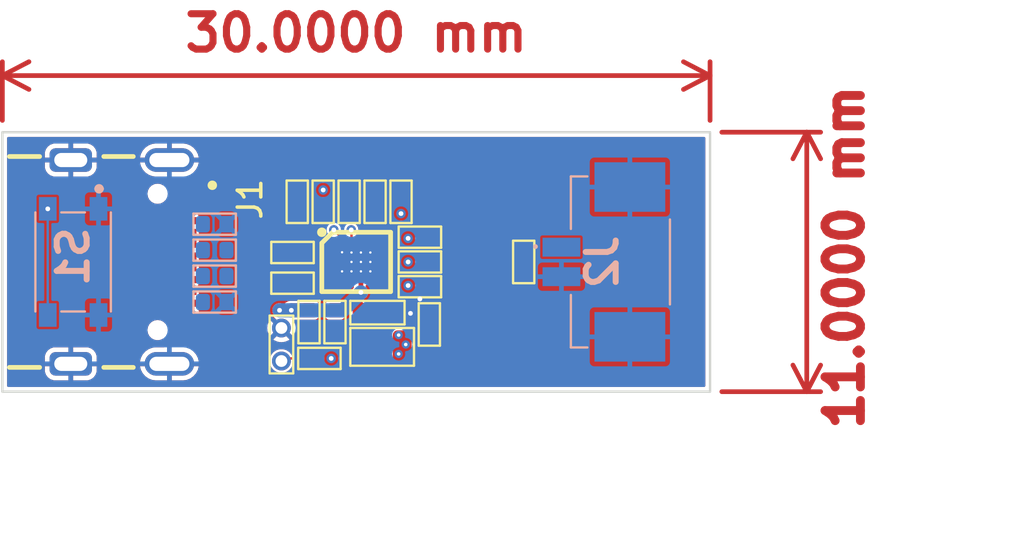
<source format=kicad_pcb>
(kicad_pcb (version 20221018) (generator pcbnew)
  (layers (0 "F.Cu" signal) (1 "In1.Cu" signal) (2 "In2.Cu" power) (31 "B.Cu" signal) (34 "B.Paste" user) (35 "F.Paste" user) (36 "B.SilkS" user "B.Silkscreen") (37 "F.SilkS" user "F.Silkscreen") (38 "B.Mask" user) (39 "F.Mask" user) (44 "Edge.Cuts" user))
  (net 0 "")
  (net 1 "GND")
  (net 2 "/USB_CC2")
  (net 3 "/USB_DP")
  (net 4 "/USB_DN")
  (net 5 "/USB_CC1")
  (net 6 "/MCU_USB_DP")
  (net 7 "/MCU_USB_DN")
  (net 8 "/CHGIN")
  (net 9 "/VL")
  (net 10 "/BST")
  (net 11 "/LXB")
  (net 12 "/BATT")
  (net 13 "/LXA")
  (net 14 "/V_SYS")
  (net 15 "/LDO1")
  (net 16 "/LDO0")
  (net 17 "/SSB1")
  (net 18 "/SSB0")
  (net 19 "/SSB2")
  (net 20 "/nRST")
  (net 21 "/VIO")
  (net 22 "/nIRQ")
  (net 23 "/THM")
  (net 24 "/TBIAS")
  (net 25 "/nEN")
  (net 26 "/GPIO1")
  (net 27 "/GPIO0")
  (net 28 "/AMUX")
  (net 29 "/GPIO2")
  (net 32 "/SDA")
  (net 33 "/SCL")
  (footprint "power:BGA30C40P6X5_279X234X50" (layer "F.Cu") (at 115 105)
    (fp_text reference "U1" hide)
    (fp_text value "MAX77654AENV+T" hide)
    (fp_line (start -1.458 -0.8) (end -1 -1.258) (stroke (width 0.2)) (layer "F.SilkS"))
    (fp_line (start -1.458 1.258) (end -1.458 -0.8) (stroke (width 0.2)) (layer "F.SilkS"))
    (fp_line (start -1 -1.258) (end 1.458 -1.258) (stroke (width 0.2)) (layer "F.SilkS"))
    (fp_line (start 1.458 -1.258) (end 1.458 1.258) (stroke (width 0.2)) (layer "F.SilkS"))
    (fp_line (start 1.458 1.258) (end -1.458 1.258) (stroke (width 0.2)) (layer "F.SilkS"))
    (fp_circle (center -1.458 -1.258) (end -1.458 -1.158) (stroke (width 0.2)) (fill none) (layer "F.SilkS"))
    (pad "A1" smd circle (at -1 -0.8) (size 0.2 0.2) (layers "F.Cu" "F.Paste" "F.Mask") (net 26 "/GPIO1") (clearance 0.1))
    (pad "A2" smd circle (at -0.6 -0.8) (size 0.216 0.216) (layers "F.Cu" "F.Paste" "F.Mask") (net 20 "/nRST") (clearance 0.1))
    (pad "A3" smd circle (at -0.2 -0.8) (size 0.216 0.216) (layers "F.Cu" "F.Paste" "F.Mask") (net 32 "/SDA") (clearance 0.1))
    (pad "A4" smd circle (at 0.2 -0.8) (size 0.216 0.216) (layers "F.Cu" "F.Paste" "F.Mask") (net 21 "/VIO") (clearance 0.1))
    (pad "A5" smd circle (at 0.6 -0.8) (size 0.216 0.216) (layers "F.Cu" "F.Paste" "F.Mask") (net 15 "/LDO1") (clearance 0.1))
    (pad "A6" smd circle (at 1 -0.8) (size 0.216 0.216) (layers "F.Cu" "F.Paste" "F.Mask") (net 18 "/SSB0") (clearance 0.1))
    (pad "B1" smd circle (at -1 -0.4) (size 0.216 0.216) (layers "F.Cu" "F.Paste" "F.Mask") (net 27 "/GPIO0") (clearance 0.1))
    (pad "B2" smd circle (at -0.6 -0.4) (size 0.216 0.216) (layers "F.Cu" "F.Paste" "F.Mask") (net 22 "/nIRQ") (clearance 0.1))
    (pad "B3" smd circle (at -0.2 -0.4) (size 0.216 0.216) (layers "F.Cu" "F.Paste" "F.Mask") (net 25 "/nEN") (clearance 0.1))
    (pad "B4" smd circle (at 0.2 -0.4) (size 0.216 0.216) (layers "F.Cu" "F.Paste" "F.Mask") (net 33 "/SCL") (clearance 0.1))
    (pad "B5" smd circle (at 0.6 -0.4) (size 0.216 0.216) (layers "F.Cu" "F.Paste" "F.Mask") (net 16 "/LDO0") (clearance 0.1))
    (pad "B6" smd circle (at 1 -0.4) (size 0.216 0.216) (layers "F.Cu" "F.Paste" "F.Mask") (net 18 "/SSB0") (clearance 0.1))
    (pad "C1" smd circle (at -1 0) (size 0.216 0.216) (layers "F.Cu" "F.Paste" "F.Mask") (net 28 "/AMUX") (clearance 0.1))
    (pad "C2" smd circle (at -0.6 0) (size 0.216 0.216) (layers "F.Cu" "F.Paste" "F.Mask") (net 29 "/GPIO2") (clearance 0.1))
    (pad "C3" smd circle (at -0.2 0) (size 0.216 0.216) (layers "F.Cu" "F.Paste" "F.Mask") (net 1 "GND") (clearance 0.1))
    (pad "C4" smd circle (at 0.2 0) (size 0.216 0.216) (layers "F.Cu" "F.Paste" "F.Mask") (net 17 "/SSB1") (clearance 0.1))
    (pad "C5" smd circle (at 0.6 0) (size 0.216 0.216) (layers "F.Cu" "F.Paste" "F.Mask") (net 11 "/LXB") (clearance 0.1))
    (pad "C6" smd circle (at 1 0) (size 0.216 0.216) (layers "F.Cu" "F.Paste" "F.Mask") (net 18 "/SSB0") (clearance 0.1))
    (pad "D1" smd circle (at -1 0.4) (size 0.216 0.216) (layers "F.Cu" "F.Paste" "F.Mask") (net 9 "/VL") (clearance 0.1))
    (pad "D2" smd circle (at -0.6 0.4) (size 0.216 0.216) (layers "F.Cu" "F.Paste" "F.Mask") (net 23 "/THM") (clearance 0.1))
    (pad "D3" smd circle (at -0.2 0.4) (size 0.216 0.216) (layers "F.Cu" "F.Paste" "F.Mask") (net 24 "/TBIAS") (clearance 0.1))
    (pad "D4" smd circle (at 0.2 0.4) (size 0.216 0.216) (layers "F.Cu" "F.Paste" "F.Mask") (net 19 "/SSB2") (clearance 0.1))
    (pad "D5" smd circle (at 0.6 0.4) (size 0.216 0.216) (layers "F.Cu" "F.Paste" "F.Mask") (net 11 "/LXB") (clearance 0.1))
    (pad "D6" smd circle (at 1 0.4) (size 0.216 0.216) (layers "F.Cu" "F.Paste" "F.Mask") (net 10 "/BST") (clearance 0.1))
    (pad "E1" smd circle (at -1 0.8) (size 0.216 0.216) (layers "F.Cu" "F.Paste" "F.Mask") (net 8 "/CHGIN") (clearance 0.1))
    (pad "E2" smd circle (at -0.6 0.8) (size 0.216 0.216) (layers "F.Cu" "F.Paste" "F.Mask") (net 14 "/V_SYS") (clearance 0.1))
    (pad "E3" smd circle (at -0.2 0.8) (size 0.216 0.216) (layers "F.Cu" "F.Paste" "F.Mask") (net 12 "/BATT") (clearance 0.1))
    (pad "E4" smd circle (at 0.2 0.8) (size 0.216 0.216) (layers "F.Cu" "F.Paste" "F.Mask") (net 14 "/V_SYS") (clearance 0.1))
    (pad "E5" smd circle (at 0.6 0.8) (size 0.216 0.216) (layers "F.Cu" "F.Paste" "F.Mask") (net 13 "/LXA") (clearance 0.1))
    (pad "E6" smd circle (at 1 0.8) (size 0.216 0.216) (layers "F.Cu" "F.Paste" "F.Mask") (net 1 "GND") (clearance 0.1))
  )
  (footprint "passive:0402" (layer "F.Cu") (at 122.1 105 -90)
    (fp_text reference "C10" hide)
    (fp_text value "22uF")
    (fp_line (start -0.9 -0.45) (end 0.9 -0.45) (stroke (width 0.1)) (layer "F.SilkS"))
    (fp_line (start -0.9 0.45) (end -0.9 -0.45) (stroke (width 0.1)) (layer "F.SilkS"))
    (fp_line (start 0.9 -0.45) (end 0.9 0.45) (stroke (width 0.1)) (layer "F.SilkS"))
    (fp_line (start 0.9 0.45) (end -0.9 0.45) (stroke (width 0.1)) (layer "F.SilkS"))
    (pad "1" smd roundrect (at -0.5 0 270) (size 0.6 0.7) (layers "F.Cu" "F.Paste" "F.Mask") (net 12 "/BATT"))
    (pad "2" smd roundrect (at 0.5 0 270) (size 0.6 0.7) (layers "F.Cu" "F.Paste" "F.Mask") (net 1 "GND"))
  )
  (footprint "passive:0402" (layer "F.Cu") (at 115.8 102.45 90)
    (fp_text reference "C11" hide)
    (fp_text value "1uF")
    (fp_line (start -0.9 -0.45) (end 0.9 -0.45) (stroke (width 0.1)) (layer "F.SilkS"))
    (fp_line (start -0.9 0.45) (end -0.9 -0.45) (stroke (width 0.1)) (layer "F.SilkS"))
    (fp_line (start 0.9 -0.45) (end 0.9 0.45) (stroke (width 0.1)) (layer "F.SilkS"))
    (fp_line (start 0.9 0.45) (end -0.9 0.45) (stroke (width 0.1)) (layer "F.SilkS"))
    (pad "1" smd roundrect (at -0.5 0 90) (size 0.6 0.7) (layers "F.Cu" "F.Paste" "F.Mask") (net 15 "/LDO1"))
    (pad "2" smd roundrect (at 0.5 0 90) (size 0.6 0.7) (layers "F.Cu" "F.Paste" "F.Mask") (net 1 "GND"))
  )
  (footprint "passive:0603" (layer "F.Cu") (at 115.9 107.15)
    (fp_text reference "C4" hide)
    (fp_text value "22uF")
    (fp_line (start -1.15 -0.5) (end 1.15 -0.5) (stroke (width 0.1)) (layer "F.SilkS"))
    (fp_line (start -1.15 0.5) (end -1.15 -0.5) (stroke (width 0.1)) (layer "F.SilkS"))
    (fp_line (start 1.15 -0.5) (end 1.15 0.5) (stroke (width 0.1)) (layer "F.SilkS"))
    (fp_line (start 1.15 0.5) (end -1.15 0.5) (stroke (width 0.1)) (layer "F.SilkS"))
    (pad "1" smd roundrect (at -0.7 0) (size 0.7 0.8) (layers "F.Cu" "F.Paste" "F.Mask") (net 14 "/V_SYS"))
    (pad "2" smd roundrect (at 0.7 0) (size 0.7 0.8) (layers "F.Cu" "F.Paste" "F.Mask") (net 1 "GND"))
  )
  (footprint "passive:0402" (layer "F.Cu") (at 117.7 105)
    (fp_text reference "C1" hide)
    (fp_text value "22uF")
    (fp_line (start -0.9 -0.45) (end 0.9 -0.45) (stroke (width 0.1)) (layer "F.SilkS"))
    (fp_line (start -0.9 0.45) (end -0.9 -0.45) (stroke (width 0.1)) (layer "F.SilkS"))
    (fp_line (start 0.9 -0.45) (end 0.9 0.45) (stroke (width 0.1)) (layer "F.SilkS"))
    (fp_line (start 0.9 0.45) (end -0.9 0.45) (stroke (width 0.1)) (layer "F.SilkS"))
    (pad "1" smd roundrect (at -0.5 0) (size 0.6 0.7) (layers "F.Cu" "F.Paste" "F.Mask") (net 17 "/SSB1"))
    (pad "2" smd roundrect (at 0.5 0) (size 0.6 0.7) (layers "F.Cu" "F.Paste" "F.Mask") (net 1 "GND"))
  )
  (footprint "passive:2016" (layer "F.Cu") (at 116.1 108.6 180)
    (fp_text reference "L1" hide)
    (fp_text value "DFE201612E-2R2M")
    (fp_line (start -1.35 -0.8) (end -1.35 0.8) (stroke (width 0.1)) (layer "F.SilkS"))
    (fp_line (start -1.35 -0.8) (end 1.35 -0.8) (stroke (width 0.1)) (layer "F.SilkS"))
    (fp_line (start -1.35 0.8) (end 1.35 0.8) (stroke (width 0.1)) (layer "F.SilkS"))
    (fp_line (start 1.35 -0.8) (end 1.35 0.8) (stroke (width 0.1)) (layer "F.SilkS"))
    (pad "1" smd roundrect (at 0.85 0 180) (size 0.8 1.4) (layers "F.Cu" "F.Paste" "F.Mask") (net 13 "/LXA"))
    (pad "2" smd roundrect (at -0.85 0 180) (size 0.8 1.4) (layers "F.Cu" "F.Paste" "F.Mask") (net 11 "/LXB"))
  )
  (footprint "passive:0402" (layer "F.Cu") (at 117.7 103.95)
    (fp_text reference "C2" hide)
    (fp_text value "22uF")
    (fp_line (start -0.9 -0.45) (end 0.9 -0.45) (stroke (width 0.1)) (layer "F.SilkS"))
    (fp_line (start -0.9 0.45) (end -0.9 -0.45) (stroke (width 0.1)) (layer "F.SilkS"))
    (fp_line (start 0.9 -0.45) (end 0.9 0.45) (stroke (width 0.1)) (layer "F.SilkS"))
    (fp_line (start 0.9 0.45) (end -0.9 0.45) (stroke (width 0.1)) (layer "F.SilkS"))
    (pad "1" smd roundrect (at -0.5 0) (size 0.6 0.7) (layers "F.Cu" "F.Paste" "F.Mask") (net 18 "/SSB0"))
    (pad "2" smd roundrect (at 0.5 0) (size 0.6 0.7) (layers "F.Cu" "F.Paste" "F.Mask") (net 1 "GND"))
  )
  (footprint "connector:GCT_USB4105GFA060" (layer "F.Cu") (at 102.9 105 -90)
    (fp_text reference "J1" (at -2.66 -7.6 -90) (layer "F.SilkS"))
    (fp_text value "USB4105GFA060")
    (fp_line (start -4.47 -2.65) (end -4.47 -1.4) (stroke (width 0.2)) (layer "F.SilkS"))
    (fp_line (start -4.47 1.32) (end -4.47 2.6) (stroke (width 0.2)) (layer "F.SilkS"))
    (fp_line (start 4.47 -2.65) (end 4.47 -1.4) (stroke (width 0.2)) (layer "F.SilkS"))
    (fp_line (start 4.47 2.6) (end 4.47 1.32) (stroke (width 0.2)) (layer "F.SilkS"))
    (fp_circle (center -3.25 -6) (end -3.15 -6) (stroke (width 0.2)) (fill none) (layer "F.SilkS"))
    (pad "" np_thru_hole circle (at -2.89 -3.68 270) (size 0.65 0.65) (drill 0.65) (layers "*.Cu" "*.Mask"))
    (pad "" np_thru_hole circle (at 2.89 -3.68 270) (size 0.65 0.65) (drill 0.65) (layers "*.Cu" "*.Mask"))
    (pad "A1_B12" smd rect (at -3.2 -4.755 270) (size 0.6 1.15) (layers "F.Cu" "F.Paste" "F.Mask") (net 1 "GND"))
    (pad "A4_B9" smd rect (at -2.4 -4.755 270) (size 0.6 1.15) (layers "F.Cu" "F.Paste" "F.Mask") (net 8 "/CHGIN"))
    (pad "A5" smd rect (at -1.25 -4.755 270) (size 0.3 1.15) (layers "F.Cu" "F.Paste" "F.Mask") (net 2 "/USB_CC2"))
    (pad "A6" smd rect (at -0.25 -4.755 270) (size 0.3 1.15) (layers "F.Cu" "F.Paste" "F.Mask") (net 3 "/USB_DP"))
    (pad "A7" smd rect (at 0.25 -4.755 270) (size 0.3 1.15) (layers "F.Cu" "F.Paste" "F.Mask") (net 4 "/USB_DN"))
    (pad "A8" smd rect (at 1.25 -4.755 270) (size 0.3 1.15) (layers "F.Cu" "F.Paste" "F.Mask"))
    (pad "B1_A12" smd rect (at 3.2 -4.755 270) (size 0.6 1.15) (layers "F.Cu" "F.Paste" "F.Mask") (net 1 "GND"))
    (pad "B4_A9" smd rect (at 2.4 -4.755 270) (size 0.6 1.15) (layers "F.Cu" "F.Paste" "F.Mask") (net 8 "/CHGIN"))
    (pad "B5" smd rect (at 1.75 -4.755 270) (size 0.3 1.15) (layers "F.Cu" "F.Paste" "F.Mask") (net 5 "/USB_CC1"))
    (pad "B6" smd rect (at 0.75 -4.755 270) (size 0.3 1.15) (layers "F.Cu" "F.Paste" "F.Mask") (net 3 "/USB_DP"))
    (pad "B7" smd rect (at -0.75 -4.755 270) (size 0.3 1.15) (layers "F.Cu" "F.Paste" "F.Mask") (net 4 "/USB_DN"))
    (pad "B8" smd rect (at -1.75 -4.755 270) (size 0.3 1.15) (layers "F.Cu" "F.Paste" "F.Mask"))
    (pad "SH1" thru_hole oval (at -4.32 -4.18 270) (size 1 2.1) (drill oval 0.6 1.7) (layers "*.Cu" "*.Mask") (net 1 "GND"))
    (pad "SH2" thru_hole oval (at 4.32 -4.18 270) (size 1 2.1) (drill oval 0.6 1.7) (layers "*.Cu" "*.Mask") (net 1 "GND"))
    (pad "SH3" thru_hole roundrect (at -4.32 0 270) (size 1 1.8) (drill oval 0.6 1.4) (layers "*.Cu" "*.Mask") (net 1 "GND"))
    (pad "SH4" thru_hole roundrect (at 4.32 0 270) (size 1 1.8) (drill oval 0.6 1.4) (layers "*.Cu" "*.Mask") (net 1 "GND"))
  )
  (footprint "passive:0402" (layer "F.Cu") (at 118.1 107.65 -90)
    (fp_text reference "C5" hide)
    (fp_text value "3300pF")
    (fp_line (start -0.9 -0.45) (end 0.9 -0.45) (stroke (width 0.1)) (layer "F.SilkS"))
    (fp_line (start -0.9 0.45) (end -0.9 -0.45) (stroke (width 0.1)) (layer "F.SilkS"))
    (fp_line (start 0.9 -0.45) (end 0.9 0.45) (stroke (width 0.1)) (layer "F.SilkS"))
    (fp_line (start 0.9 0.45) (end -0.9 0.45) (stroke (width 0.1)) (layer "F.SilkS"))
    (pad "1" smd roundrect (at -0.5 0 270) (size 0.6 0.7) (layers "F.Cu" "F.Paste" "F.Mask") (net 10 "/BST"))
    (pad "2" smd roundrect (at 0.5 0 270) (size 0.6 0.7) (layers "F.Cu" "F.Paste" "F.Mask") (net 11 "/LXB"))
  )
  (footprint "passive:0402" (layer "F.Cu") (at 113.6 102.45 -90)
    (fp_text reference "R9" hide)
    (fp_text value "10K")
    (fp_line (start -0.9 -0.45) (end 0.9 -0.45) (stroke (width 0.1)) (layer "F.SilkS"))
    (fp_line (start -0.9 0.45) (end -0.9 -0.45) (stroke (width 0.1)) (layer "F.SilkS"))
    (fp_line (start 0.9 -0.45) (end 0.9 0.45) (stroke (width 0.1)) (layer "F.SilkS"))
    (fp_line (start 0.9 0.45) (end -0.9 0.45) (stroke (width 0.1)) (layer "F.SilkS"))
    (pad "1" smd roundrect (at -0.5 0 270) (size 0.6 0.7) (layers "F.Cu" "F.Paste" "F.Mask") (net 20 "/nRST"))
    (pad "2" smd roundrect (at 0.5 0 270) (size 0.6 0.7) (layers "F.Cu" "F.Paste" "F.Mask") (net 21 "/VIO"))
  )
  (footprint "passive:0402" (layer "F.Cu") (at 112.3 105.9)
    (fp_text reference "C12" hide)
    (fp_text value "4.7uF")
    (fp_line (start -0.9 -0.45) (end 0.9 -0.45) (stroke (width 0.1)) (layer "F.SilkS"))
    (fp_line (start -0.9 0.45) (end -0.9 -0.45) (stroke (width 0.1)) (layer "F.SilkS"))
    (fp_line (start 0.9 -0.45) (end 0.9 0.45) (stroke (width 0.1)) (layer "F.SilkS"))
    (fp_line (start 0.9 0.45) (end -0.9 0.45) (stroke (width 0.1)) (layer "F.SilkS"))
    (pad "1" smd roundrect (at -0.5 0) (size 0.6 0.7) (layers "F.Cu" "F.Paste" "F.Mask") (net 1 "GND"))
    (pad "2" smd roundrect (at 0.5 0) (size 0.6 0.7) (layers "F.Cu" "F.Paste" "F.Mask") (net 8 "/CHGIN"))
  )
  (footprint "passive:0402" (layer "F.Cu") (at 113.44 109.09)
    (fp_text reference "R8" hide)
    (fp_text value "10K")
    (fp_line (start -0.9 -0.45) (end 0.9 -0.45) (stroke (width 0.1)) (layer "F.SilkS"))
    (fp_line (start -0.9 0.45) (end -0.9 -0.45) (stroke (width 0.1)) (layer "F.SilkS"))
    (fp_line (start 0.9 -0.45) (end 0.9 0.45) (stroke (width 0.1)) (layer "F.SilkS"))
    (fp_line (start 0.9 0.45) (end -0.9 0.45) (stroke (width 0.1)) (layer "F.SilkS"))
    (pad "1" smd roundrect (at -0.5 0) (size 0.6 0.7) (layers "F.Cu" "F.Paste" "F.Mask") (net 23 "/THM"))
    (pad "2" smd roundrect (at 0.5 0) (size 0.6 0.7) (layers "F.Cu" "F.Paste" "F.Mask") (net 24 "/TBIAS"))
  )
  (footprint "passive:0402" (layer "F.Cu") (at 114.7 102.45 90)
    (fp_text reference "C14" hide)
    (fp_text value "1uF")
    (fp_line (start -0.9 -0.45) (end 0.9 -0.45) (stroke (width 0.1)) (layer "F.SilkS"))
    (fp_line (start -0.9 0.45) (end -0.9 -0.45) (stroke (width 0.1)) (layer "F.SilkS"))
    (fp_line (start 0.9 -0.45) (end 0.9 0.45) (stroke (width 0.1)) (layer "F.SilkS"))
    (fp_line (start 0.9 0.45) (end -0.9 0.45) (stroke (width 0.1)) (layer "F.SilkS"))
    (pad "1" smd roundrect (at -0.5 0 90) (size 0.6 0.7) (layers "F.Cu" "F.Paste" "F.Mask") (net 21 "/VIO"))
    (pad "2" smd roundrect (at 0.5 0 90) (size 0.6 0.7) (layers "F.Cu" "F.Paste" "F.Mask") (net 1 "GND"))
  )
  (footprint "passive:0402" (layer "F.Cu") (at 117.7 106.05)
    (fp_text reference "C3" hide)
    (fp_text value "22uF")
    (fp_line (start -0.9 -0.45) (end 0.9 -0.45) (stroke (width 0.1)) (layer "F.SilkS"))
    (fp_line (start -0.9 0.45) (end -0.9 -0.45) (stroke (width 0.1)) (layer "F.SilkS"))
    (fp_line (start 0.9 -0.45) (end 0.9 0.45) (stroke (width 0.1)) (layer "F.SilkS"))
    (fp_line (start 0.9 0.45) (end -0.9 0.45) (stroke (width 0.1)) (layer "F.SilkS"))
    (pad "1" smd roundrect (at -0.5 0) (size 0.6 0.7) (layers "F.Cu" "F.Paste" "F.Mask") (net 19 "/SSB2"))
    (pad "2" smd roundrect (at 0.5 0) (size 0.6 0.7) (layers "F.Cu" "F.Paste" "F.Mask") (net 1 "GND"))
  )
  (footprint "passive:0402" (layer "F.Cu") (at 116.9 102.45 90)
    (fp_text reference "C8" hide)
    (fp_text value "1uF")
    (fp_line (start -0.9 -0.45) (end 0.9 -0.45) (stroke (width 0.1)) (layer "F.SilkS"))
    (fp_line (start -0.9 0.45) (end -0.9 -0.45) (stroke (width 0.1)) (layer "F.SilkS"))
    (fp_line (start 0.9 -0.45) (end 0.9 0.45) (stroke (width 0.1)) (layer "F.SilkS"))
    (fp_line (start 0.9 0.45) (end -0.9 0.45) (stroke (width 0.1)) (layer "F.SilkS"))
    (pad "1" smd roundrect (at -0.5 0 90) (size 0.6 0.7) (layers "F.Cu" "F.Paste" "F.Mask") (net 16 "/LDO0"))
    (pad "2" smd roundrect (at 0.5 0 90) (size 0.6 0.7) (layers "F.Cu" "F.Paste" "F.Mask") (net 1 "GND"))
  )
  (footprint "passive:0402" (layer "F.Cu") (at 114.1 107.55 90)
    (fp_text reference "C9" hide)
    (fp_text value "4.7uF")
    (fp_line (start -0.9 -0.45) (end 0.9 -0.45) (stroke (width 0.1)) (layer "F.SilkS"))
    (fp_line (start -0.9 0.45) (end -0.9 -0.45) (stroke (width 0.1)) (layer "F.SilkS"))
    (fp_line (start 0.9 -0.45) (end 0.9 0.45) (stroke (width 0.1)) (layer "F.SilkS"))
    (fp_line (start 0.9 0.45) (end -0.9 0.45) (stroke (width 0.1)) (layer "F.SilkS"))
    (pad "1" smd roundrect (at -0.5 0 90) (size 0.6 0.7) (layers "F.Cu" "F.Paste" "F.Mask") (net 1 "GND"))
    (pad "2" smd roundrect (at 0.5 0 90) (size 0.6 0.7) (layers "F.Cu" "F.Paste" "F.Mask") (net 12 "/BATT"))
  )
  (footprint "passive:0402" (layer "F.Cu") (at 113 107.55 -90)
    (fp_text reference "C15" hide)
    (fp_text value "22uF")
    (fp_line (start -0.9 -0.45) (end 0.9 -0.45) (stroke (width 0.1)) (layer "F.SilkS"))
    (fp_line (start -0.9 0.45) (end -0.9 -0.45) (stroke (width 0.1)) (layer "F.SilkS"))
    (fp_line (start 0.9 -0.45) (end 0.9 0.45) (stroke (width 0.1)) (layer "F.SilkS"))
    (fp_line (start 0.9 0.45) (end -0.9 0.45) (stroke (width 0.1)) (layer "F.SilkS"))
    (pad "1" smd roundrect (at -0.5 0 270) (size 0.6 0.7) (layers "F.Cu" "F.Paste" "F.Mask") (net 14 "/V_SYS"))
    (pad "2" smd roundrect (at 0.5 0 270) (size 0.6 0.7) (layers "F.Cu" "F.Paste" "F.Mask") (net 1 "GND"))
  )
  (footprint "passive:0402" (layer "F.Cu") (at 112.3 104.6 180)
    (fp_text reference "C13" hide)
    (fp_text value "1uF")
    (fp_line (start -0.9 -0.45) (end 0.9 -0.45) (stroke (width 0.1)) (layer "F.SilkS"))
    (fp_line (start -0.9 0.45) (end -0.9 -0.45) (stroke (width 0.1)) (layer "F.SilkS"))
    (fp_line (start 0.9 -0.45) (end 0.9 0.45) (stroke (width 0.1)) (layer "F.SilkS"))
    (fp_line (start 0.9 0.45) (end -0.9 0.45) (stroke (width 0.1)) (layer "F.SilkS"))
    (pad "1" smd roundrect (at -0.5 0 180) (size 0.6 0.7) (layers "F.Cu" "F.Paste" "F.Mask") (net 9 "/VL"))
    (pad "2" smd roundrect (at 0.5 0 180) (size 0.6 0.7) (layers "F.Cu" "F.Paste" "F.Mask") (net 1 "GND"))
  )
  (footprint "passive:0402" (layer "F.Cu") (at 112.5 102.45 90)
    (fp_text reference "R10" hide)
    (fp_text value "100K")
    (fp_line (start -0.9 -0.45) (end 0.9 -0.45) (stroke (width 0.1)) (layer "F.SilkS"))
    (fp_line (start -0.9 0.45) (end -0.9 -0.45) (stroke (width 0.1)) (layer "F.SilkS"))
    (fp_line (start 0.9 -0.45) (end 0.9 0.45) (stroke (width 0.1)) (layer "F.SilkS"))
    (fp_line (start 0.9 0.45) (end -0.9 0.45) (stroke (width 0.1)) (layer "F.SilkS"))
    (pad "1" smd roundrect (at -0.5 0 90) (size 0.6 0.7) (layers "F.Cu" "F.Paste" "F.Mask") (net 21 "/VIO"))
    (pad "2" smd roundrect (at 0.5 0 90) (size 0.6 0.7) (layers "F.Cu" "F.Paste" "F.Mask") (net 22 "/nIRQ"))
  )
  (footprint "passive:THT2" (layer "F.Cu") (at 111.83 108.5 90)
    (fp_text reference "RT1" hide)
    (fp_text value "NTCLE413E2103H400")
    (fp_line (start -1.225 -0.5) (end 1.225 -0.5) (stroke (width 0.1)) (layer "F.SilkS"))
    (fp_line (start -1.225 0.5) (end -1.225 -0.5) (stroke (width 0.1)) (layer "F.SilkS"))
    (fp_line (start 1.225 -0.5) (end 1.225 0.5) (stroke (width 0.1)) (layer "F.SilkS"))
    (fp_line (start 1.225 0.5) (end -1.225 0.5) (stroke (width 0.1)) (layer "F.SilkS"))
    (pad "1" thru_hole circle (at -0.7 0 90) (size 0.8 0.8) (drill 0.5) (layers "*.Cu" "*.Mask") (net 23 "/THM"))
    (pad "2" thru_hole circle (at 0.7 0 90) (size 0.8 0.8) (drill 0.5) (layers "*.Cu" "*.Mask") (net 1 "GND"))
  )
  (footprint "passive:0402" (layer "B.Cu") (at 109 104.5 180)
    (fp_text reference "R7" hide)
    (fp_text value "27R")
    (fp_line (start -0.9 -0.45) (end -0.9 0.45) (stroke (width 0.1)) (layer "B.SilkS"))
    (fp_line (start -0.9 0.45) (end 0.9 0.45) (stroke (width 0.1)) (layer "B.SilkS"))
    (fp_line (start 0.9 -0.45) (end -0.9 -0.45) (stroke (width 0.1)) (layer "B.SilkS"))
    (fp_line (start 0.9 0.45) (end 0.9 -0.45) (stroke (width 0.1)) (layer "B.SilkS"))
    (pad "1" smd roundrect (at -0.5 0 180) (size 0.6 0.7) (layers "B.Cu" "B.Paste" "B.Mask") (net 7 "/MCU_USB_DN"))
    (pad "2" smd roundrect (at 0.5 0 180) (size 0.6 0.7) (layers "B.Cu" "B.Paste" "B.Mask") (net 4 "/USB_DN"))
  )
  (footprint "passive:0402" (layer "B.Cu") (at 109 105.6 180)
    (fp_text reference "R6" hide)
    (fp_text value "27R")
    (fp_line (start -0.9 -0.45) (end -0.9 0.45) (stroke (width 0.1)) (layer "B.SilkS"))
    (fp_line (start -0.9 0.45) (end 0.9 0.45) (stroke (width 0.1)) (layer "B.SilkS"))
    (fp_line (start 0.9 -0.45) (end -0.9 -0.45) (stroke (width 0.1)) (layer "B.SilkS"))
    (fp_line (start 0.9 0.45) (end 0.9 -0.45) (stroke (width 0.1)) (layer "B.SilkS"))
    (pad "1" smd roundrect (at -0.5 0 180) (size 0.6 0.7) (layers "B.Cu" "B.Paste" "B.Mask") (net 6 "/MCU_USB_DP"))
    (pad "2" smd roundrect (at 0.5 0 180) (size 0.6 0.7) (layers "B.Cu" "B.Paste" "B.Mask") (net 3 "/USB_DP"))
  )
  (footprint "passive:0402" (layer "B.Cu") (at 109 106.7 180)
    (fp_text reference "R4" hide)
    (fp_text value "5K")
    (fp_line (start -0.9 -0.45) (end -0.9 0.45) (stroke (width 0.1)) (layer "B.SilkS"))
    (fp_line (start -0.9 0.45) (end 0.9 0.45) (stroke (width 0.1)) (layer "B.SilkS"))
    (fp_line (start 0.9 -0.45) (end -0.9 -0.45) (stroke (width 0.1)) (layer "B.SilkS"))
    (fp_line (start 0.9 0.45) (end 0.9 -0.45) (stroke (width 0.1)) (layer "B.SilkS"))
    (pad "1" smd roundrect (at -0.5 0 180) (size 0.6 0.7) (layers "B.Cu" "B.Paste" "B.Mask") (net 1 "GND"))
    (pad "2" smd roundrect (at 0.5 0 180) (size 0.6 0.7) (layers "B.Cu" "B.Paste" "B.Mask") (net 5 "/USB_CC1"))
  )
  (footprint "connector:53261-0271" (layer "B.Cu") (at 126 105 90)
    (fp_text reference "J2" (at 0 -0.575 270) (layer "B.SilkS") (effects (font (size 1.27 1.27) (thickness 0.254)) (justify mirror)))
    (fp_text value "53261-0271" hide)
    (fp_line (start -3.625 -1.9) (end -3.625 -1.2) (stroke (width 0.1)) (layer "B.SilkS"))
    (fp_line (start -1.4 -1.9) (end -3.625 -1.9) (stroke (width 0.1)) (layer "B.SilkS"))
    (fp_line (start 0.6 -3.4) (end 0.6 -3.4) (stroke (width 0.1)) (layer "B.SilkS"))
    (fp_line (start 0.7 -3.4) (end 0.7 -3.4) (stroke (width 0.1)) (layer "B.SilkS"))
    (fp_line (start 1.8 2.3) (end -1.8 2.3) (stroke (width 0.1)) (layer "B.SilkS"))
    (fp_line (start 3.625 -1.9) (end 1.4 -1.9) (stroke (width 0.1)) (layer "B.SilkS"))
    (fp_line (start 3.625 -1.2) (end 3.625 -1.9) (stroke (width 0.1)) (layer "B.SilkS"))
    (fp_arc (start 0.6 -3.4) (mid 0.65 -3.45) (end 0.7 -3.4) (stroke (width 0.1)) (layer "B.SilkS"))
    (fp_arc (start 0.7 -3.4) (mid 0.65 -3.35) (end 0.6 -3.4) (stroke (width 0.1)) (layer "B.SilkS"))
    (pad "1" smd rect (at 0.625 -2.3 90) (size 0.8 1.6) (layers "B.Cu" "B.Paste" "B.Mask") (net 12 "/BATT"))
    (pad "2" smd rect (at -0.625 -2.3 90) (size 0.8 1.6) (layers "B.Cu" "B.Paste" "B.Mask") (net 1 "GND"))
    (pad "MP1" smd rect (at 3.175 0.6 90) (size 2.1 3) (layers "B.Cu" "B.Paste" "B.Mask") (net 1 "GND"))
    (pad "MP2" smd rect (at -3.175 0.6 90) (size 2.1 3) (layers "B.Cu" "B.Paste" "B.Mask") (net 1 "GND"))
  )
  (footprint "connector:TL3365AF180QG" (layer "B.Cu") (at 103 105 -90)
    (fp_text reference "S1" (at -0.225 0 90) (layer "B.SilkS") (effects (font (size 1.27 1.27) (thickness 0.254)) (justify mirror)))
    (fp_text value "TL3365AF180QG" hide)
    (fp_line (start -3.1 -1.2) (end -3.1 -1.2) (stroke (width 0.2)) (layer "B.SilkS"))
    (fp_line (start -3.1 -1) (end -3.1 -1) (stroke (width 0.2)) (layer "B.SilkS"))
    (fp_line (start -2.1 -1.6) (end 2.1 -1.6) (stroke (width 0.1)) (layer "B.SilkS"))
    (fp_line (start -2.1 -0.5) (end -2.1 0.5) (stroke (width 0.1)) (layer "B.SilkS"))
    (fp_line (start -2.1 1.6) (end 2.1 1.6) (stroke (width 0.1)) (layer "B.SilkS"))
    (fp_line (start 2.1 0.5) (end 2.1 -0.5) (stroke (width 0.1)) (layer "B.SilkS"))
    (fp_arc (start -3.1 -1.2) (mid -3 -1.1) (end -3.1 -1) (stroke (width 0.2)) (layer "B.SilkS"))
    (fp_arc (start -3.1 -1) (mid -3.2 -1.1) (end -3.1 -1.2) (stroke (width 0.2)) (layer "B.SilkS"))
    (pad "1" smd rect (at -2.25 -1.075 180) (size 0.75 1) (layers "B.Cu" "B.Paste" "B.Mask") (net 1 "GND"))
    (pad "2" smd rect (at 2.25 -1.075 180) (size 0.75 1) (layers "B.Cu" "B.Paste" "B.Mask") (net 1 "GND"))
    (pad "3" smd rect (at 2.25 1.075 180) (size 0.75 1) (layers "B.Cu" "B.Paste" "B.Mask") (net 25 "/nEN"))
    (pad "4" smd rect (at -2.25 1.075 180) (size 0.75 1) (layers "B.Cu" "B.Paste" "B.Mask") (net 25 "/nEN"))
  )
  (footprint "passive:0402" (layer "B.Cu") (at 109 103.4 180)
    (fp_text reference "R5" hide)
    (fp_text value "5K")
    (fp_line (start -0.9 -0.45) (end -0.9 0.45) (stroke (width 0.1)) (layer "B.SilkS"))
    (fp_line (start -0.9 0.45) (end 0.9 0.45) (stroke (width 0.1)) (layer "B.SilkS"))
    (fp_line (start 0.9 -0.45) (end -0.9 -0.45) (stroke (width 0.1)) (layer "B.SilkS"))
    (fp_line (start 0.9 0.45) (end 0.9 -0.45) (stroke (width 0.1)) (layer "B.SilkS"))
    (pad "1" smd roundrect (at -0.5 0 180) (size 0.6 0.7) (layers "B.Cu" "B.Paste" "B.Mask") (net 1 "GND"))
    (pad "2" smd roundrect (at 0.5 0 180) (size 0.6 0.7) (layers "B.Cu" "B.Paste" "B.Mask") (net 2 "/USB_CC2"))
  )
  (gr_rect (start 100 99.5) (end 130 110.5) (stroke (width 0.1)) (fill none) (layer "Edge.Cuts"))
  (dimension (type aligned) (layer "F.Cu") (pts (xy 100 99.5) (xy 130 99.5)) (height -2.4) (gr_text "30.0000 mm" (at 115 95.3) (layer "F.Cu") (effects (font (size 1.5 1.5) (thickness 0.3)))) (format (prefix "") (suffix "") (units 3) (units_format 1) (precision 4)) (style (thickness 0.2) (arrow_length 1.27) (text_position_mode 0) (extension_height 0.58642) (extension_offset 0.5) keep_text_aligned))
  (dimension (type aligned) (layer "F.Cu") (pts (xy 130 110.5) (xy 130 99.5)) (height 4.1) (gr_text "11.0000 mm" (at 135.7 104.8 90) (layer "F.Cu") (effects (font (size 1.5 1.5) (thickness 0.7)))) (format (prefix "") (suffix "") (units 3) (units_format 1) (precision 4)) (style (thickness 0.2) (arrow_length 1.27) (text_position_mode 2) (extension_height 0.58642) (extension_offset 0.5) keep_text_aligned))
  (segment (start 114.8 105.005) (end 114.8 105) (width 0.2) (layer "F.Cu") (net 1))
  (via (at 117.7 106.57) (size 0.4) (drill 0.2) (layers "F.Cu" "B.Cu") (net 1))
  (via micro (at 114.8 105) (size 0.3) (drill 0.1) (layers "F.Cu" "B.Cu") (net 1))
  (via (at 117.3 107.18) (size 0.4) (drill 0.2) (layers "F.Cu" "B.Cu") (net 1))
  (segment (start 114 105.4) (end 113.66 105.4) (width 0.2) (layer "F.Cu") (net 9))
  (segment (start 113.66 105.4) (end 113.45 105.19) (width 0.2) (layer "F.Cu") (net 9))
  (segment (start 116.8 108.1) (end 117.1 108.5) (width 0.2) (layer "F.Cu") (net 11))
  (segment (start 115.6 105) (end 115.599503 105) (width 0.2) (layer "F.Cu") (net 11))
  (segment (start 118.1 108.1) (end 116.95 108.1) (width 0.2) (layer "F.Cu") (net 11))
  (segment (start 117.1 108.5) (end 116.95 108.5) (width 0.2) (layer "F.Cu") (net 11))
  (segment (start 116.95 108.1) (end 116.8 108.1) (width 0.2) (layer "F.Cu") (net 11))
  (via (at 117.1 108.5) (size 0.35) (drill 0.15) (layers "F.Cu" "B.Cu") (net 11))
  (via (at 116.8 108.1) (size 0.35) (drill 0.15) (layers "F.Cu" "B.Cu") (net 11))
  (via (at 116.8 108.9) (size 0.35) (drill 0.15) (layers "F.Cu" "B.Cu") (net 11))
  (via micro (at 115.6 105.4) (size 0.3) (drill 0.1) (layers "F.Cu" "In1.Cu") (net 11))
  (via micro (at 115.599503 105) (size 0.3) (drill 0.1) (layers "F.Cu" "In1.Cu") (net 11))
  (segment (start 114.8 105.8) (end 114.8 106.06) (width 0.2) (layer "F.Cu") (net 12))
  (segment (start 115.6 105.8) (end 115.68 105.88) (width 0.2) (layer "F.Cu") (net 13))
  (segment (start 115.2 105.8) (end 115.2 106.29) (width 0.2) (layer "F.Cu") (net 14))
  (segment (start 113 107.05) (end 112.25 107.05) (width 0.6) (layer "F.Cu") (net 14))
  (segment (start 115.2 106.29) (end 115.2 106.12) (width 0.2) (layer "F.Cu") (net 14))
  (segment (start 114.4 106.02) (end 114.4 105.8) (width 0.2) (layer "F.Cu") (net 14))
  (via (at 115.2 106.29) (size 0.4) (drill 0.2) (layers "F.Cu" "B.Cu") (net 14))
  (via (at 111.75 107.05) (size 0.4) (drill 0.2) (layers "F.Cu" "B.Cu") (net 14))
  (via (at 112.25 107.05) (size 0.4) (drill 0.2) (layers "F.Cu" "B.Cu") (net 14))
  (segment (start 112.25 107.05) (end 114.44 107.05) (width 0.6) (layer "B.Cu") (net 14))
  (segment (start 111.75 107.05) (end 112.25 107.05) (width 0.6) (layer "B.Cu") (net 14))
  (segment (start 114.44 107.05) (end 115.2 106.29) (width 0.6) (layer "B.Cu") (net 14))
  (via (at 116.9 102.95) (size 0.4) (drill 0.2) (layers "F.Cu" "B.Cu") (net 16))
  (via micro (at 115.6 104.6) (size 0.3) (drill 0.1) (layers "F.Cu" "In1.Cu") (net 16))
  (via micro (at 115.2 105) (size 0.3) (drill 0.1) (layers "F.Cu" "In2.Cu") (net 17))
  (via (at 117.2 105) (size 0.4) (drill 0.2) (layers "F.Cu" "B.Cu") (net 17))
  (segment (start 117.2 104) (end 117 104) (width 0.2) (layer "F.Cu") (net 18))
  (via (at 117.2 104) (size 0.4) (drill 0.2) (layers "F.Cu" "B.Cu") (net 18))
  (via micro (at 115.2 105.4) (size 0.3) (drill 0.1) (layers "F.Cu" "In2.Cu") (net 19))
  (via (at 117.2 106) (size 0.4) (drill 0.2) (layers "F.Cu" "B.Cu") (net 19))
  (segment (start 114.0505 103.64) (end 114.0505 103.6405) (width 0.1) (layer "F.Cu") (net 20))
  (segment (start 114.4 103.99) (end 114.4 104.2) (width 0.1) (layer "F.Cu") (net 20))
  (segment (start 114.0505 103.6405) (end 114.4 103.99) (width 0.1) (layer "F.Cu") (net 20))
  (via (at 114.0505 103.64) (size 0.4) (drill 0.2) (layers "F.Cu" "B.Cu") (net 20))
  (via (at 113.6 101.95) (size 0.4) (drill 0.2) (layers "F.Cu" "B.Cu") (net 20))
  (segment (start 114.7 102.95) (end 113.6 102.95) (width 0.1) (layer "F.Cu") (net 21))
  (segment (start 113.6 102.95) (end 112.5 102.95) (width 0.1) (layer "F.Cu") (net 21))
  (segment (start 114.4 104.6) (end 114.4 104.59) (width 0.1) (layer "F.Cu") (net 22))
  (via micro (at 114.4 104.59) (size 0.3) (drill 0.1) (layers "F.Cu" "In1.Cu") (net 22))
  (segment (start 112.94 109.09) (end 111.94 109.09) (width 0.1) (layer "F.Cu") (net 23))
  (segment (start 111.94 109.09) (end 111.83 109.2) (width 0.1) (layer "F.Cu") (net 23))
  (via micro (at 114.4 105.4) (size 0.3) (drill 0.1) (layers "F.Cu" "In2.Cu") (net 23))
  (segment (start 114.8 105.4) (end 114.8 105.399503) (width 0.1) (layer "F.Cu") (net 24))
  (via micro (at 114.8 105.399503) (size 0.3) (drill 0.1) (layers "F.Cu" "In2.Cu") (net 24))
  (via (at 113.94 109.09) (size 0.4) (drill 0.2) (layers "F.Cu" "B.Cu") (net 24))
  (via micro (at 114.8 104.6) (size 0.3) (drill 0.1) (layers "F.Cu" "In2.Cu") (net 25))
  (via (at 101.925 102.75) (size 0.4) (drill 0.2) (layers "F.Cu" "B.Cu") (net 25))
  (segment (start 101.925 102.75) (end 101.925 107.25) (width 0.1) (layer "B.Cu") (net 25))
  (segment (start 112.17158 103.4) (end 111.93 103.15842) (width 0.1) (layer "F.Cu") (net 26))
  (segment (start 113.2 103.4) (end 112.17158 103.4) (width 0.1) (layer "F.Cu") (net 26))
  (segment (start 114 104.2) (end 113.2 103.4) (width 0.1) (layer "F.Cu") (net 26))
  (segment (start 111.93 103.15842) (end 111.93 102.66) (width 0.1) (layer "F.Cu") (net 26))
  (segment (start 113.76 104.6) (end 113.54 104.38) (width 0.1) (layer "F.Cu") (net 27))
  (segment (start 114 104.6) (end 113.76 104.6) (width 0.1) (layer "F.Cu") (net 27))
  (segment (start 113.54 104.38) (end 113.54 104.278738) (width 0.1) (layer "F.Cu") (net 27))
  (segment (start 112.46 103.85) (end 112.282842 103.85) (width 0.1) (layer "F.Cu") (net 27))
  (segment (start 113.54 104.278738) (end 113.111262 103.85) (width 0.1) (layer "F.Cu") (net 27))
  (segment (start 113.111262 103.85) (end 112.46 103.85) (width 0.1) (layer "F.Cu") (net 27))
  (segment (start 111.64 103.207158) (end 111.64 102.71) (width 0.1) (layer "F.Cu") (net 27))
  (segment (start 111.886421 103.453579) (end 111.64 103.207158) (width 0.1) (layer "F.Cu") (net 27))
  (segment (start 112.282842 103.85) (end 111.886421 103.453579) (width 0.1) (layer "F.Cu") (net 27))
  (segment (start 113.75 105) (end 113.69 104.94) (width 0.1) (layer "F.Cu") (net 28))
  (segment (start 111.44 103.29) (end 111.44 102.56) (width 0.1) (layer "F.Cu") (net 28))
  (segment (start 113.34 104.59) (end 113.34 104.4) (width 0.1) (layer "F.Cu") (net 28))
  (segment (start 111.99 103.84) (end 111.44 103.29) (width 0.1) (layer "F.Cu") (net 28))
  (segment (start 113.34 104.36158) (end 113.02842 104.05) (width 0.1) (layer "F.Cu") (net 28))
  (segment (start 114 105) (end 113.75 105) (width 0.1) (layer "F.Cu") (net 28))
  (segment (start 113.02842 104.05) (end 112.88 104.05) (width 0.1) (layer "F.Cu") (net 28))
  (segment (start 112.2 104.05) (end 111.99 103.84) (width 0.1) (layer "F.Cu") (net 28))
  (segment (start 113.34 104.4) (end 113.34 104.36158) (width 0.1) (layer "F.Cu") (net 28))
  (segment (start 112.88 104.05) (end 112.2 104.05) (width 0.1) (layer "F.Cu") (net 28))
  (segment (start 113.69 104.94) (end 113.34 104.59) (width 0.1) (layer "F.Cu") (net 28))
  (segment (start 114.8 103.65) (end 114.8 104.2) (width 0.1) (layer "F.Cu") (net 32))
  (segment (start 114.79 103.64) (end 114.8 103.65) (width 0.1) (layer "F.Cu") (net 32))
  (via (at 114.79 103.64) (size 0.4) (drill 0.2) (layers "F.Cu" "B.Cu") (net 32))
  (segment (start 115.2 104.6) (end 115.2 104.600002) (width 0.1) (layer "F.Cu") (net 33))
  (segment (start 115.2 104.600002) (end 115.199502 104.6005) (width 0.1) (layer "F.Cu") (net 33))
  (via micro (at 115.199502 104.6005) (size 0.3) (drill 0.1) (layers "F.Cu" "In1.Cu") (net 33))
  (zone (net 14) (net_name "/V_SYS") (layer "F.Cu") (priority 2) (connect_pads yes (clearance 0.1)) (min_thickness 0.1) (fill yes (thermal_gap 0.5) (thermal_bridge_width 0.5) (island_removal_mode 1) (island_area_min 10))
    (polygon (pts (xy 115.2 106.01) (xy 115 106.22) (xy 114.85 106.91) (xy 115.55 106.91) (xy 115.41 106.22)))
  )
  (zone (net 14) (net_name "/V_SYS") (layer "F.Cu") (priority 3) (connect_pads yes (clearance 0.1)) (min_thickness 0.1) (fill yes (thermal_gap 0.5) (thermal_bridge_width 0.5) (island_removal_mode 1) (island_area_min 10))
    (polygon (pts (xy 114.3 105.98) (xy 113 106.75) (xy 113 107.35) (xy 113.35 107.35) (xy 113.52 106.72) (xy 114.5 106.16) (xy 114.5 105.98)))
  )
  (zone (net 18) (net_name "/SSB0") (layer "F.Cu") (priority 1) (connect_pads yes (clearance 0.1)) (min_thickness 0.1) (fill yes (thermal_gap 0.5) (thermal_bridge_width 0.5))
    (polygon (pts (xy 115.88 104.08) (xy 115.88 105.12) (xy 116.34 105.12) (xy 116.66 104.51) (xy 116.8 104.4) (xy 117.03 104.3) (xy 117.09 104.3) (xy 117.09 103.6) (xy 116.9 103.6) (xy 116.34 104.08)))
  )
  (zone (net 21) (net_name "/VIO") (layer "F.Cu") (priority 10) (connect_pads yes (clearance 0.1)) (min_thickness 0.1) (fill yes (thermal_gap 0.5) (thermal_bridge_width 0.5) (island_removal_mode 1) (island_area_min 10))
    (polygon (pts (xy 115.22 104.31) (xy 115.25 104.3) (xy 115.28 104.28) (xy 115.3 104.25) (xy 115.31 104.21) (xy 115.31 104.17) (xy 115.05 103.25) (xy 115.05 103.11) (xy 114.62 103.11) (xy 114.62 103.25) (xy 115.03 104) (xy 115.09 104.14) (xy 115.09 104.23) (xy 115.11 104.27) (xy 115.14 104.3) (xy 115.18 104.31) (xy 115.22 104.31)))
  )
  (zone (net 15) (net_name "/LDO1") (layer "F.Cu") (priority 9) (connect_pads yes (clearance 0.1)) (min_thickness 0.1) (fill yes (thermal_gap 0.5) (thermal_bridge_width 0.5) (island_removal_mode 1) (island_area_min 10))
    (polygon (pts (xy 115.6 104.32) (xy 115.67 104.29) (xy 115.7 104.25) (xy 115.71 104.21) (xy 115.71 104.06) (xy 116.15 103.25) (xy 116.15 103.09) (xy 115.45 103.09) (xy 115.45 103.25) (xy 115.49 104.05) (xy 115.49 104.21) (xy 115.5 104.25) (xy 115.53 104.29)))
  )
  (zone (net 9) (net_name "/VL") (layer "F.Cu") (priority 8) (connect_pads yes (clearance 0.1)) (min_thickness 0.1) (fill yes (thermal_gap 0.5) (thermal_bridge_width 0.5) (island_removal_mode 1) (island_area_min 10))
    (polygon (pts (xy 112.5 104.78) (xy 112.5 104.95) (xy 113.42 105.3) (xy 113.7 105.3) (xy 113.09 104.68) (xy 112.5 104.68)))
  )
  (zone (net 8) (net_name "/CHGIN") (layer "F.Cu") (priority 7) (connect_pads yes (clearance 0.1)) (min_thickness 0.1) (fill yes (thermal_gap 0.5) (thermal_bridge_width 0.5) (island_removal_mode 1) (island_area_min 10))
    (polygon (pts (xy 113.36 106.25) (xy 114.07 105.89) (xy 114.11 105.84) (xy 114.11 105.75) (xy 114.07 105.71) (xy 114.02 105.69) (xy 113.96 105.69) (xy 113 105.55) (xy 112.5 105.55) (xy 112.5 106.25)))
  )
  (zone (net 12) (net_name "/BATT") (layer "F.Cu") (priority 5) (connect_pads yes (clearance 0.1)) (min_thickness 0.1) (fill yes (thermal_gap 0.5) (thermal_bridge_width 0.5) (island_removal_mode 1) (island_area_min 10))
    (polygon (pts (xy 114.9 106.01) (xy 114.4 107.35) (xy 113.8 107.35) (xy 113.8 106.76) (xy 114.64 106.24) (xy 114.7 106.01)))
  )
  (zone (net 13) (net_name "/LXA") (layer "F.Cu") (connect_pads yes (clearance 0.1)) (min_thickness 0.1) (fill yes (thermal_gap 0.5) (thermal_bridge_width 0.5))
    (polygon (pts (xy 115.76 105.82) (xy 116.05 106.26) (xy 116.05 107.4) (xy 115.65 108.09) (xy 114.85 108.09) (xy 114.85 107.75) (xy 115.4 107.75) (xy 115.67 107.57) (xy 115.75 107.4) (xy 115.75 106.26) (xy 115.6 105.94)))
  )
  (zone (net 1) (net_name "GND") (layers "F.Cu" "In1.Cu" "In2.Cu" "B.Cu") (priority 11) (connect_pads (clearance 0.1)) (min_thickness 0.1) (fill yes (thermal_gap 0.2) (thermal_bridge_width 0.2))
    (polygon (pts (xy 100.1 99.6) (xy 100.1 110.4) (xy 129.9 110.4) (xy 129.9 99.6)))
  )
)
</source>
